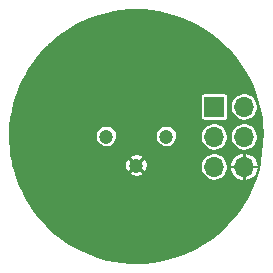
<source format=gbr>
G04 #@! TF.GenerationSoftware,KiCad,Pcbnew,5.99.0-unknown-4135f0c~100~ubuntu18.04.1*
G04 #@! TF.CreationDate,2019-10-31T11:44:58-04:00*
G04 #@! TF.ProjectId,tia,7469612e-6b69-4636-9164-5f7063625858,rev?*
G04 #@! TF.SameCoordinates,Original*
G04 #@! TF.FileFunction,Copper,L2,Bot*
G04 #@! TF.FilePolarity,Positive*
%FSLAX46Y46*%
G04 Gerber Fmt 4.6, Leading zero omitted, Abs format (unit mm)*
G04 Created by KiCad (PCBNEW 5.99.0-unknown-4135f0c~100~ubuntu18.04.1) date 2019-10-31 11:44:58*
%MOMM*%
%LPD*%
G04 APERTURE LIST*
%ADD10C,1.200000*%
%ADD11O,1.700000X1.700000*%
%ADD12R,1.700000X1.700000*%
%ADD13C,0.600000*%
%ADD14C,0.200000*%
G04 APERTURE END LIST*
D10*
X202540000Y-100000000D03*
X197460000Y-100000000D03*
X200000000Y-102460000D03*
D11*
X209140000Y-102580000D03*
X206600000Y-102580000D03*
X209140000Y-100040000D03*
X206600000Y-100040000D03*
X209140000Y-97500000D03*
D12*
X206600000Y-97500000D03*
D13*
X198700000Y-93400000D03*
X201300000Y-93400000D03*
X201300000Y-90700000D03*
X198700000Y-90700000D03*
X203610000Y-101000000D03*
X209080000Y-94900000D03*
X203480000Y-106700000D03*
X202520000Y-103450000D03*
X192950000Y-93750000D03*
X197350000Y-109100000D03*
X197750000Y-96550000D03*
X195400000Y-107750000D03*
X190850000Y-96850000D03*
X195300000Y-102950000D03*
X204450000Y-91350000D03*
X203400000Y-97150000D03*
X200400000Y-99950000D03*
X197950000Y-98400000D03*
X195850000Y-99300000D03*
X192250000Y-101850000D03*
X192100000Y-105100000D03*
X200500000Y-105650000D03*
X210350000Y-98800000D03*
X207250000Y-107400000D03*
X195350000Y-91000000D03*
G36*
X200616278Y-89311771D02*
G01*
X201249069Y-89367132D01*
X201877471Y-89459927D01*
X202499256Y-89589825D01*
X203112260Y-89756374D01*
X203714289Y-89958980D01*
X204303242Y-90196932D01*
X204877057Y-90469399D01*
X205433694Y-90775412D01*
X205971210Y-91113905D01*
X206487702Y-91483676D01*
X206981352Y-91883427D01*
X207450433Y-92311757D01*
X207893275Y-92767141D01*
X208308339Y-93247996D01*
X208694148Y-93752614D01*
X209049363Y-94279243D01*
X209372704Y-94825982D01*
X209663061Y-95390956D01*
X209919397Y-95972146D01*
X210140818Y-96567529D01*
X210326534Y-97174981D01*
X210475900Y-97792387D01*
X210588383Y-98417542D01*
X210663597Y-99048302D01*
X210701017Y-99678159D01*
X210490087Y-102138563D01*
X210346006Y-102752854D01*
X210164533Y-103361591D01*
X209947276Y-103958502D01*
X209695000Y-104541476D01*
X209408598Y-105108456D01*
X209089076Y-105657449D01*
X208737557Y-106186529D01*
X208355269Y-106693842D01*
X207943578Y-107177577D01*
X207503926Y-107636042D01*
X207037848Y-108067635D01*
X206547001Y-108470821D01*
X206033094Y-108844197D01*
X205497959Y-109186430D01*
X204943483Y-109496315D01*
X204371571Y-109772789D01*
X203784290Y-110014849D01*
X203183695Y-110221650D01*
X202571875Y-110392473D01*
X201951021Y-110526707D01*
X201323274Y-110623887D01*
X200690880Y-110683666D01*
X200056044Y-110705835D01*
X199421044Y-110690316D01*
X198788047Y-110637162D01*
X198159330Y-110546562D01*
X197537095Y-110418835D01*
X196923521Y-110254429D01*
X196320779Y-110053923D01*
X195731004Y-109818030D01*
X195156234Y-109547564D01*
X194598547Y-109243503D01*
X194059849Y-108906887D01*
X193542059Y-108538912D01*
X193047025Y-108140894D01*
X192576457Y-107714211D01*
X192132012Y-107260359D01*
X191715282Y-106780965D01*
X191327708Y-106277689D01*
X190970666Y-105752320D01*
X190645415Y-105206705D01*
X190353084Y-104642741D01*
X190094722Y-104062450D01*
X189871230Y-103467861D01*
X189775203Y-103157646D01*
X199339123Y-103157646D01*
X199548905Y-103301287D01*
X199740083Y-103378528D01*
X199943386Y-103412914D01*
X200149331Y-103402841D01*
X200348309Y-103348781D01*
X200531035Y-103253254D01*
X200653625Y-103150393D01*
X200000000Y-102496770D01*
X199339123Y-103157646D01*
X189775203Y-103157646D01*
X189683388Y-102861038D01*
X189584065Y-102456668D01*
X199045411Y-102456668D01*
X199066965Y-102661729D01*
X199132048Y-102857379D01*
X199294065Y-103129166D01*
X199963230Y-102460000D01*
X200036770Y-102460000D01*
X200692685Y-103115916D01*
X200814795Y-102957352D01*
X200902587Y-102770786D01*
X200923982Y-102676611D01*
X205449494Y-102676611D01*
X205490171Y-102898238D01*
X205573121Y-103107745D01*
X205695183Y-103297150D01*
X205851710Y-103459238D01*
X206036739Y-103587837D01*
X206243223Y-103678047D01*
X206463296Y-103726433D01*
X206688577Y-103731152D01*
X206910483Y-103692024D01*
X207120563Y-103610539D01*
X207310815Y-103489801D01*
X207473992Y-103334410D01*
X207603880Y-103150283D01*
X207695529Y-102944434D01*
X207745605Y-102724024D01*
X207747252Y-102606000D01*
X207938330Y-102606000D01*
X207956490Y-102803626D01*
X208020128Y-103023389D01*
X208124175Y-103227152D01*
X208264875Y-103407565D01*
X208437152Y-103558116D01*
X208634790Y-103673375D01*
X208850657Y-103749182D01*
X209114000Y-103788303D01*
X209114000Y-102606000D01*
X209166000Y-102606000D01*
X209166000Y-103778993D01*
X209305546Y-103773022D01*
X209528154Y-103720194D01*
X209736756Y-103626225D01*
X209923826Y-103494506D01*
X210082614Y-103329790D01*
X210207391Y-103138019D01*
X210293652Y-102926112D01*
X210357326Y-102606000D01*
X209166000Y-102606000D01*
X209114000Y-102606000D01*
X207938330Y-102606000D01*
X207747252Y-102606000D01*
X207747979Y-102554000D01*
X207937711Y-102554000D01*
X209114000Y-102554000D01*
X209166000Y-102554000D01*
X210355849Y-102554000D01*
X210296040Y-102241950D01*
X210211260Y-102029447D01*
X210087826Y-101836810D01*
X209930192Y-101670989D01*
X209744046Y-101537966D01*
X209536105Y-101442543D01*
X209313870Y-101388163D01*
X209166000Y-101380803D01*
X209166000Y-102554000D01*
X209114000Y-102554000D01*
X209114000Y-101372737D01*
X208858826Y-101408826D01*
X208642435Y-101483125D01*
X208443998Y-101597002D01*
X208270674Y-101746347D01*
X208128718Y-101925773D01*
X208023251Y-102128805D01*
X207958080Y-102348117D01*
X207937711Y-102554000D01*
X207747979Y-102554000D01*
X207749181Y-102468020D01*
X207705278Y-102246296D01*
X207619411Y-102037969D01*
X207494715Y-101850288D01*
X207335941Y-101690401D01*
X207149135Y-101564397D01*
X206941411Y-101477079D01*
X206720684Y-101431770D01*
X206495359Y-101430197D01*
X206274021Y-101472420D01*
X206065100Y-101556829D01*
X205876552Y-101680212D01*
X205715560Y-101837867D01*
X205588256Y-102023789D01*
X205499490Y-102230898D01*
X205452640Y-102451302D01*
X205449494Y-102676611D01*
X200923982Y-102676611D01*
X200948307Y-102569548D01*
X200949049Y-102357075D01*
X200904734Y-102155523D01*
X200818247Y-101968347D01*
X200693185Y-101803583D01*
X200036770Y-102460000D01*
X199963230Y-102460000D01*
X199295133Y-101791901D01*
X199134844Y-102056571D01*
X199068395Y-102251762D01*
X199045411Y-102456668D01*
X189584065Y-102456668D01*
X189531873Y-102244182D01*
X189443299Y-101761578D01*
X199338346Y-101761578D01*
X200000000Y-102423230D01*
X200653356Y-101769876D01*
X200536562Y-101670474D01*
X200354506Y-101573672D01*
X200155910Y-101518224D01*
X199950040Y-101506714D01*
X199746501Y-101539680D01*
X199554790Y-101615584D01*
X199338346Y-101761578D01*
X189443299Y-101761578D01*
X189417202Y-101619389D01*
X189339791Y-100988925D01*
X189299904Y-100354947D01*
X189298974Y-100088281D01*
X196559635Y-100088281D01*
X196601568Y-100285562D01*
X196686167Y-100468650D01*
X196809226Y-100628446D01*
X196964629Y-100757006D01*
X197144653Y-100847943D01*
X197340349Y-100896736D01*
X197541994Y-100900960D01*
X197739563Y-100860404D01*
X197923236Y-100777086D01*
X198083886Y-100655146D01*
X198213529Y-100500645D01*
X198305721Y-100321259D01*
X198356053Y-100125229D01*
X198356568Y-100088281D01*
X201639635Y-100088281D01*
X201681568Y-100285562D01*
X201766167Y-100468650D01*
X201889226Y-100628446D01*
X202044629Y-100757006D01*
X202224653Y-100847943D01*
X202420349Y-100896736D01*
X202621994Y-100900960D01*
X202819563Y-100860404D01*
X203003236Y-100777086D01*
X203163886Y-100655146D01*
X203293529Y-100500645D01*
X203385721Y-100321259D01*
X203433130Y-100136611D01*
X205449494Y-100136611D01*
X205490171Y-100358238D01*
X205573121Y-100567745D01*
X205695183Y-100757150D01*
X205851710Y-100919238D01*
X206036739Y-101047837D01*
X206243223Y-101138047D01*
X206463296Y-101186433D01*
X206688577Y-101191152D01*
X206910483Y-101152024D01*
X207120563Y-101070539D01*
X207310815Y-100949801D01*
X207473992Y-100794410D01*
X207603880Y-100610283D01*
X207695529Y-100404434D01*
X207745605Y-100184024D01*
X207746267Y-100136611D01*
X207989494Y-100136611D01*
X208030171Y-100358238D01*
X208113121Y-100567745D01*
X208235183Y-100757150D01*
X208391710Y-100919238D01*
X208576739Y-101047837D01*
X208783223Y-101138047D01*
X209003296Y-101186433D01*
X209228577Y-101191152D01*
X209450483Y-101152024D01*
X209660563Y-101070539D01*
X209850815Y-100949801D01*
X210013992Y-100794410D01*
X210143880Y-100610283D01*
X210235529Y-100404434D01*
X210285605Y-100184024D01*
X210289181Y-99928020D01*
X210245278Y-99706296D01*
X210159411Y-99497969D01*
X210034715Y-99310288D01*
X209875941Y-99150401D01*
X209689135Y-99024397D01*
X209481411Y-98937079D01*
X209260684Y-98891770D01*
X209035359Y-98890197D01*
X208814021Y-98932420D01*
X208605100Y-99016829D01*
X208416552Y-99140212D01*
X208255560Y-99297867D01*
X208128256Y-99483789D01*
X208039490Y-99690898D01*
X207992640Y-99911302D01*
X207989494Y-100136611D01*
X207746267Y-100136611D01*
X207749181Y-99928020D01*
X207705278Y-99706296D01*
X207619411Y-99497969D01*
X207494715Y-99310288D01*
X207335941Y-99150401D01*
X207149135Y-99024397D01*
X206941411Y-98937079D01*
X206720684Y-98891770D01*
X206495359Y-98890197D01*
X206274021Y-98932420D01*
X206065100Y-99016829D01*
X205876552Y-99140212D01*
X205715560Y-99297867D01*
X205588256Y-99483789D01*
X205499490Y-99690898D01*
X205452640Y-99911302D01*
X205449494Y-100136611D01*
X203433130Y-100136611D01*
X203436053Y-100125229D01*
X203439200Y-99899840D01*
X203394362Y-99702480D01*
X203307214Y-99520591D01*
X203181936Y-99362530D01*
X203024754Y-99236151D01*
X202843477Y-99147736D01*
X202647119Y-99101681D01*
X202445435Y-99100273D01*
X202248452Y-99143583D01*
X202065959Y-99229457D01*
X201907027Y-99353629D01*
X201779554Y-99509926D01*
X201689876Y-99690581D01*
X201642451Y-99886613D01*
X201639635Y-100088281D01*
X198356568Y-100088281D01*
X198359200Y-99899840D01*
X198314362Y-99702480D01*
X198227214Y-99520591D01*
X198101936Y-99362530D01*
X197944754Y-99236151D01*
X197763477Y-99147736D01*
X197567119Y-99101681D01*
X197365435Y-99100273D01*
X197168452Y-99143583D01*
X196985959Y-99229457D01*
X196827027Y-99353629D01*
X196699554Y-99509926D01*
X196609876Y-99690581D01*
X196562451Y-99886613D01*
X196559635Y-100088281D01*
X189298974Y-100088281D01*
X189297687Y-99719762D01*
X189333146Y-99085524D01*
X189406156Y-98454524D01*
X189516458Y-97828966D01*
X189663668Y-97211046D01*
X189836001Y-96640250D01*
X205447082Y-96640250D01*
X205447082Y-98359750D01*
X205468348Y-98466664D01*
X205534433Y-98565567D01*
X205633336Y-98631652D01*
X205740250Y-98652918D01*
X207459750Y-98652918D01*
X207566664Y-98631652D01*
X207665567Y-98565567D01*
X207731652Y-98466664D01*
X207752918Y-98359750D01*
X207752918Y-97596611D01*
X207989494Y-97596611D01*
X208030171Y-97818238D01*
X208113121Y-98027745D01*
X208235183Y-98217150D01*
X208391710Y-98379238D01*
X208576739Y-98507837D01*
X208783223Y-98598047D01*
X209003296Y-98646433D01*
X209228577Y-98651152D01*
X209450483Y-98612024D01*
X209660563Y-98530539D01*
X209850815Y-98409801D01*
X210013992Y-98254410D01*
X210143880Y-98070283D01*
X210235529Y-97864434D01*
X210285605Y-97644024D01*
X210289181Y-97388020D01*
X210245278Y-97166296D01*
X210159411Y-96957969D01*
X210034715Y-96770288D01*
X209875941Y-96610401D01*
X209689135Y-96484397D01*
X209481411Y-96397079D01*
X209260684Y-96351770D01*
X209035359Y-96350197D01*
X208814021Y-96392420D01*
X208605100Y-96476829D01*
X208416552Y-96600212D01*
X208255560Y-96757867D01*
X208128256Y-96943789D01*
X208039490Y-97150898D01*
X207992640Y-97371302D01*
X207989494Y-97596611D01*
X207752918Y-97596611D01*
X207752918Y-96640250D01*
X207731652Y-96533336D01*
X207665567Y-96434433D01*
X207566664Y-96368348D01*
X207459750Y-96347082D01*
X205740250Y-96347082D01*
X205633336Y-96368348D01*
X205534433Y-96434433D01*
X205468348Y-96533336D01*
X205447082Y-96640250D01*
X189836001Y-96640250D01*
X189847265Y-96602943D01*
X190066603Y-96006799D01*
X190320909Y-95424716D01*
X190609293Y-94858731D01*
X190930732Y-94310850D01*
X191284094Y-93783004D01*
X191668133Y-93277050D01*
X192081526Y-92794738D01*
X192522775Y-92337811D01*
X192990358Y-91907847D01*
X193482620Y-91506368D01*
X193997812Y-91134799D01*
X194534138Y-90794437D01*
X195089703Y-90486482D01*
X195662563Y-90212013D01*
X196250687Y-89972005D01*
X196852011Y-89767297D01*
X197464403Y-89598616D01*
X198085751Y-89466545D01*
X198713811Y-89371559D01*
X199346426Y-89313987D01*
X199981319Y-89294034D01*
X200616278Y-89311771D01*
G37*
D14*
X200616278Y-89311771D02*
X201249069Y-89367132D01*
X201877471Y-89459927D01*
X202499256Y-89589825D01*
X203112260Y-89756374D01*
X203714289Y-89958980D01*
X204303242Y-90196932D01*
X204877057Y-90469399D01*
X205433694Y-90775412D01*
X205971210Y-91113905D01*
X206487702Y-91483676D01*
X206981352Y-91883427D01*
X207450433Y-92311757D01*
X207893275Y-92767141D01*
X208308339Y-93247996D01*
X208694148Y-93752614D01*
X209049363Y-94279243D01*
X209372704Y-94825982D01*
X209663061Y-95390956D01*
X209919397Y-95972146D01*
X210140818Y-96567529D01*
X210326534Y-97174981D01*
X210475900Y-97792387D01*
X210588383Y-98417542D01*
X210663597Y-99048302D01*
X210701017Y-99678159D01*
X210490087Y-102138563D01*
X210346006Y-102752854D01*
X210164533Y-103361591D01*
X209947276Y-103958502D01*
X209695000Y-104541476D01*
X209408598Y-105108456D01*
X209089076Y-105657449D01*
X208737557Y-106186529D01*
X208355269Y-106693842D01*
X207943578Y-107177577D01*
X207503926Y-107636042D01*
X207037848Y-108067635D01*
X206547001Y-108470821D01*
X206033094Y-108844197D01*
X205497959Y-109186430D01*
X204943483Y-109496315D01*
X204371571Y-109772789D01*
X203784290Y-110014849D01*
X203183695Y-110221650D01*
X202571875Y-110392473D01*
X201951021Y-110526707D01*
X201323274Y-110623887D01*
X200690880Y-110683666D01*
X200056044Y-110705835D01*
X199421044Y-110690316D01*
X198788047Y-110637162D01*
X198159330Y-110546562D01*
X197537095Y-110418835D01*
X196923521Y-110254429D01*
X196320779Y-110053923D01*
X195731004Y-109818030D01*
X195156234Y-109547564D01*
X194598547Y-109243503D01*
X194059849Y-108906887D01*
X193542059Y-108538912D01*
X193047025Y-108140894D01*
X192576457Y-107714211D01*
X192132012Y-107260359D01*
X191715282Y-106780965D01*
X191327708Y-106277689D01*
X190970666Y-105752320D01*
X190645415Y-105206705D01*
X190353084Y-104642741D01*
X190094722Y-104062450D01*
X189871230Y-103467861D01*
X189775203Y-103157646D01*
X199339123Y-103157646D01*
X199548905Y-103301287D01*
X199740083Y-103378528D01*
X199943386Y-103412914D01*
X200149331Y-103402841D01*
X200348309Y-103348781D01*
X200531035Y-103253254D01*
X200653625Y-103150393D01*
X200000000Y-102496770D01*
X199339123Y-103157646D01*
X189775203Y-103157646D01*
X189683388Y-102861038D01*
X189584065Y-102456668D01*
X199045411Y-102456668D01*
X199066965Y-102661729D01*
X199132048Y-102857379D01*
X199294065Y-103129166D01*
X199963230Y-102460000D01*
X200036770Y-102460000D01*
X200692685Y-103115916D01*
X200814795Y-102957352D01*
X200902587Y-102770786D01*
X200923982Y-102676611D01*
X205449494Y-102676611D01*
X205490171Y-102898238D01*
X205573121Y-103107745D01*
X205695183Y-103297150D01*
X205851710Y-103459238D01*
X206036739Y-103587837D01*
X206243223Y-103678047D01*
X206463296Y-103726433D01*
X206688577Y-103731152D01*
X206910483Y-103692024D01*
X207120563Y-103610539D01*
X207310815Y-103489801D01*
X207473992Y-103334410D01*
X207603880Y-103150283D01*
X207695529Y-102944434D01*
X207745605Y-102724024D01*
X207747252Y-102606000D01*
X207938330Y-102606000D01*
X207956490Y-102803626D01*
X208020128Y-103023389D01*
X208124175Y-103227152D01*
X208264875Y-103407565D01*
X208437152Y-103558116D01*
X208634790Y-103673375D01*
X208850657Y-103749182D01*
X209114000Y-103788303D01*
X209114000Y-102606000D01*
X209166000Y-102606000D01*
X209166000Y-103778993D01*
X209305546Y-103773022D01*
X209528154Y-103720194D01*
X209736756Y-103626225D01*
X209923826Y-103494506D01*
X210082614Y-103329790D01*
X210207391Y-103138019D01*
X210293652Y-102926112D01*
X210357326Y-102606000D01*
X209166000Y-102606000D01*
X209114000Y-102606000D01*
X207938330Y-102606000D01*
X207747252Y-102606000D01*
X207747979Y-102554000D01*
X207937711Y-102554000D01*
X209114000Y-102554000D01*
X209166000Y-102554000D01*
X210355849Y-102554000D01*
X210296040Y-102241950D01*
X210211260Y-102029447D01*
X210087826Y-101836810D01*
X209930192Y-101670989D01*
X209744046Y-101537966D01*
X209536105Y-101442543D01*
X209313870Y-101388163D01*
X209166000Y-101380803D01*
X209166000Y-102554000D01*
X209114000Y-102554000D01*
X209114000Y-101372737D01*
X208858826Y-101408826D01*
X208642435Y-101483125D01*
X208443998Y-101597002D01*
X208270674Y-101746347D01*
X208128718Y-101925773D01*
X208023251Y-102128805D01*
X207958080Y-102348117D01*
X207937711Y-102554000D01*
X207747979Y-102554000D01*
X207749181Y-102468020D01*
X207705278Y-102246296D01*
X207619411Y-102037969D01*
X207494715Y-101850288D01*
X207335941Y-101690401D01*
X207149135Y-101564397D01*
X206941411Y-101477079D01*
X206720684Y-101431770D01*
X206495359Y-101430197D01*
X206274021Y-101472420D01*
X206065100Y-101556829D01*
X205876552Y-101680212D01*
X205715560Y-101837867D01*
X205588256Y-102023789D01*
X205499490Y-102230898D01*
X205452640Y-102451302D01*
X205449494Y-102676611D01*
X200923982Y-102676611D01*
X200948307Y-102569548D01*
X200949049Y-102357075D01*
X200904734Y-102155523D01*
X200818247Y-101968347D01*
X200693185Y-101803583D01*
X200036770Y-102460000D01*
X199963230Y-102460000D01*
X199295133Y-101791901D01*
X199134844Y-102056571D01*
X199068395Y-102251762D01*
X199045411Y-102456668D01*
X189584065Y-102456668D01*
X189531873Y-102244182D01*
X189443299Y-101761578D01*
X199338346Y-101761578D01*
X200000000Y-102423230D01*
X200653356Y-101769876D01*
X200536562Y-101670474D01*
X200354506Y-101573672D01*
X200155910Y-101518224D01*
X199950040Y-101506714D01*
X199746501Y-101539680D01*
X199554790Y-101615584D01*
X199338346Y-101761578D01*
X189443299Y-101761578D01*
X189417202Y-101619389D01*
X189339791Y-100988925D01*
X189299904Y-100354947D01*
X189298974Y-100088281D01*
X196559635Y-100088281D01*
X196601568Y-100285562D01*
X196686167Y-100468650D01*
X196809226Y-100628446D01*
X196964629Y-100757006D01*
X197144653Y-100847943D01*
X197340349Y-100896736D01*
X197541994Y-100900960D01*
X197739563Y-100860404D01*
X197923236Y-100777086D01*
X198083886Y-100655146D01*
X198213529Y-100500645D01*
X198305721Y-100321259D01*
X198356053Y-100125229D01*
X198356568Y-100088281D01*
X201639635Y-100088281D01*
X201681568Y-100285562D01*
X201766167Y-100468650D01*
X201889226Y-100628446D01*
X202044629Y-100757006D01*
X202224653Y-100847943D01*
X202420349Y-100896736D01*
X202621994Y-100900960D01*
X202819563Y-100860404D01*
X203003236Y-100777086D01*
X203163886Y-100655146D01*
X203293529Y-100500645D01*
X203385721Y-100321259D01*
X203433130Y-100136611D01*
X205449494Y-100136611D01*
X205490171Y-100358238D01*
X205573121Y-100567745D01*
X205695183Y-100757150D01*
X205851710Y-100919238D01*
X206036739Y-101047837D01*
X206243223Y-101138047D01*
X206463296Y-101186433D01*
X206688577Y-101191152D01*
X206910483Y-101152024D01*
X207120563Y-101070539D01*
X207310815Y-100949801D01*
X207473992Y-100794410D01*
X207603880Y-100610283D01*
X207695529Y-100404434D01*
X207745605Y-100184024D01*
X207746267Y-100136611D01*
X207989494Y-100136611D01*
X208030171Y-100358238D01*
X208113121Y-100567745D01*
X208235183Y-100757150D01*
X208391710Y-100919238D01*
X208576739Y-101047837D01*
X208783223Y-101138047D01*
X209003296Y-101186433D01*
X209228577Y-101191152D01*
X209450483Y-101152024D01*
X209660563Y-101070539D01*
X209850815Y-100949801D01*
X210013992Y-100794410D01*
X210143880Y-100610283D01*
X210235529Y-100404434D01*
X210285605Y-100184024D01*
X210289181Y-99928020D01*
X210245278Y-99706296D01*
X210159411Y-99497969D01*
X210034715Y-99310288D01*
X209875941Y-99150401D01*
X209689135Y-99024397D01*
X209481411Y-98937079D01*
X209260684Y-98891770D01*
X209035359Y-98890197D01*
X208814021Y-98932420D01*
X208605100Y-99016829D01*
X208416552Y-99140212D01*
X208255560Y-99297867D01*
X208128256Y-99483789D01*
X208039490Y-99690898D01*
X207992640Y-99911302D01*
X207989494Y-100136611D01*
X207746267Y-100136611D01*
X207749181Y-99928020D01*
X207705278Y-99706296D01*
X207619411Y-99497969D01*
X207494715Y-99310288D01*
X207335941Y-99150401D01*
X207149135Y-99024397D01*
X206941411Y-98937079D01*
X206720684Y-98891770D01*
X206495359Y-98890197D01*
X206274021Y-98932420D01*
X206065100Y-99016829D01*
X205876552Y-99140212D01*
X205715560Y-99297867D01*
X205588256Y-99483789D01*
X205499490Y-99690898D01*
X205452640Y-99911302D01*
X205449494Y-100136611D01*
X203433130Y-100136611D01*
X203436053Y-100125229D01*
X203439200Y-99899840D01*
X203394362Y-99702480D01*
X203307214Y-99520591D01*
X203181936Y-99362530D01*
X203024754Y-99236151D01*
X202843477Y-99147736D01*
X202647119Y-99101681D01*
X202445435Y-99100273D01*
X202248452Y-99143583D01*
X202065959Y-99229457D01*
X201907027Y-99353629D01*
X201779554Y-99509926D01*
X201689876Y-99690581D01*
X201642451Y-99886613D01*
X201639635Y-100088281D01*
X198356568Y-100088281D01*
X198359200Y-99899840D01*
X198314362Y-99702480D01*
X198227214Y-99520591D01*
X198101936Y-99362530D01*
X197944754Y-99236151D01*
X197763477Y-99147736D01*
X197567119Y-99101681D01*
X197365435Y-99100273D01*
X197168452Y-99143583D01*
X196985959Y-99229457D01*
X196827027Y-99353629D01*
X196699554Y-99509926D01*
X196609876Y-99690581D01*
X196562451Y-99886613D01*
X196559635Y-100088281D01*
X189298974Y-100088281D01*
X189297687Y-99719762D01*
X189333146Y-99085524D01*
X189406156Y-98454524D01*
X189516458Y-97828966D01*
X189663668Y-97211046D01*
X189836001Y-96640250D01*
X205447082Y-96640250D01*
X205447082Y-98359750D01*
X205468348Y-98466664D01*
X205534433Y-98565567D01*
X205633336Y-98631652D01*
X205740250Y-98652918D01*
X207459750Y-98652918D01*
X207566664Y-98631652D01*
X207665567Y-98565567D01*
X207731652Y-98466664D01*
X207752918Y-98359750D01*
X207752918Y-97596611D01*
X207989494Y-97596611D01*
X208030171Y-97818238D01*
X208113121Y-98027745D01*
X208235183Y-98217150D01*
X208391710Y-98379238D01*
X208576739Y-98507837D01*
X208783223Y-98598047D01*
X209003296Y-98646433D01*
X209228577Y-98651152D01*
X209450483Y-98612024D01*
X209660563Y-98530539D01*
X209850815Y-98409801D01*
X210013992Y-98254410D01*
X210143880Y-98070283D01*
X210235529Y-97864434D01*
X210285605Y-97644024D01*
X210289181Y-97388020D01*
X210245278Y-97166296D01*
X210159411Y-96957969D01*
X210034715Y-96770288D01*
X209875941Y-96610401D01*
X209689135Y-96484397D01*
X209481411Y-96397079D01*
X209260684Y-96351770D01*
X209035359Y-96350197D01*
X208814021Y-96392420D01*
X208605100Y-96476829D01*
X208416552Y-96600212D01*
X208255560Y-96757867D01*
X208128256Y-96943789D01*
X208039490Y-97150898D01*
X207992640Y-97371302D01*
X207989494Y-97596611D01*
X207752918Y-97596611D01*
X207752918Y-96640250D01*
X207731652Y-96533336D01*
X207665567Y-96434433D01*
X207566664Y-96368348D01*
X207459750Y-96347082D01*
X205740250Y-96347082D01*
X205633336Y-96368348D01*
X205534433Y-96434433D01*
X205468348Y-96533336D01*
X205447082Y-96640250D01*
X189836001Y-96640250D01*
X189847265Y-96602943D01*
X190066603Y-96006799D01*
X190320909Y-95424716D01*
X190609293Y-94858731D01*
X190930732Y-94310850D01*
X191284094Y-93783004D01*
X191668133Y-93277050D01*
X192081526Y-92794738D01*
X192522775Y-92337811D01*
X192990358Y-91907847D01*
X193482620Y-91506368D01*
X193997812Y-91134799D01*
X194534138Y-90794437D01*
X195089703Y-90486482D01*
X195662563Y-90212013D01*
X196250687Y-89972005D01*
X196852011Y-89767297D01*
X197464403Y-89598616D01*
X198085751Y-89466545D01*
X198713811Y-89371559D01*
X199346426Y-89313987D01*
X199981319Y-89294034D01*
X200616278Y-89311771D01*
M02*

</source>
